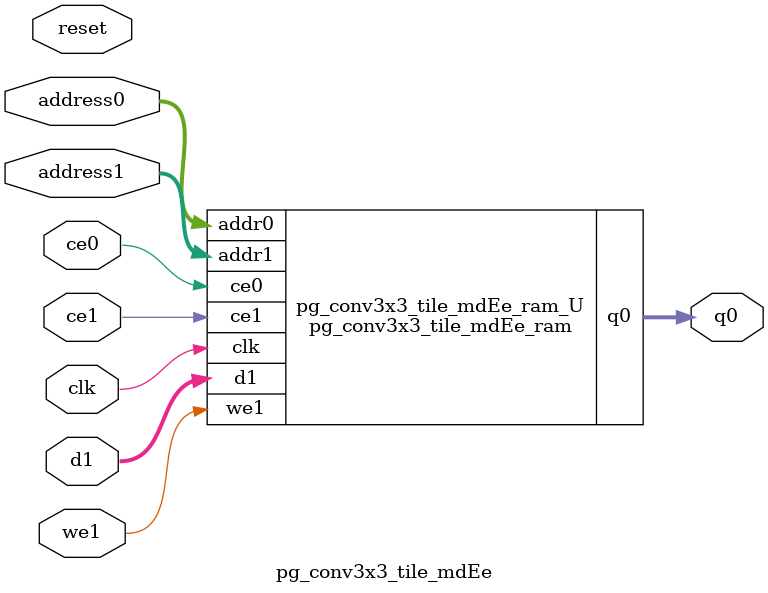
<source format=v>
`timescale 1 ns / 1 ps
module pg_conv3x3_tile_mdEe_ram (addr0, ce0, q0, addr1, ce1, d1, we1,  clk);

parameter DWIDTH = 32;
parameter AWIDTH = 8;
parameter MEM_SIZE = 225;

input[AWIDTH-1:0] addr0;
input ce0;
output reg[DWIDTH-1:0] q0;
input[AWIDTH-1:0] addr1;
input ce1;
input[DWIDTH-1:0] d1;
input we1;
input clk;

(* ram_style = "block" *)reg [DWIDTH-1:0] ram[0:MEM_SIZE-1];




always @(posedge clk)  
begin 
    if (ce0) begin
        q0 <= ram[addr0];
    end
end


always @(posedge clk)  
begin 
    if (ce1) begin
        if (we1) 
            ram[addr1] <= d1; 
    end
end


endmodule

`timescale 1 ns / 1 ps
module pg_conv3x3_tile_mdEe(
    reset,
    clk,
    address0,
    ce0,
    q0,
    address1,
    ce1,
    we1,
    d1);

parameter DataWidth = 32'd32;
parameter AddressRange = 32'd225;
parameter AddressWidth = 32'd8;
input reset;
input clk;
input[AddressWidth - 1:0] address0;
input ce0;
output[DataWidth - 1:0] q0;
input[AddressWidth - 1:0] address1;
input ce1;
input we1;
input[DataWidth - 1:0] d1;



pg_conv3x3_tile_mdEe_ram pg_conv3x3_tile_mdEe_ram_U(
    .clk( clk ),
    .addr0( address0 ),
    .ce0( ce0 ),
    .q0( q0 ),
    .addr1( address1 ),
    .ce1( ce1 ),
    .we1( we1 ),
    .d1( d1 ));

endmodule


</source>
